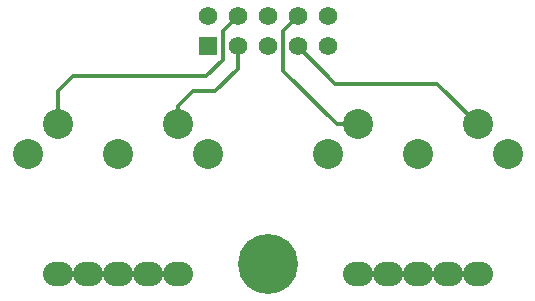
<source format=gbr>
G04 #@! TF.GenerationSoftware,KiCad,Pcbnew,(5.0.2)-1*
G04 #@! TF.CreationDate,2019-01-01T20:39:11-08:00*
G04 #@! TF.ProjectId,500-1141,3530302d-3131-4343-912e-6b696361645f,rev?*
G04 #@! TF.SameCoordinates,Original*
G04 #@! TF.FileFunction,Copper,L1,Top*
G04 #@! TF.FilePolarity,Positive*
%FSLAX46Y46*%
G04 Gerber Fmt 4.6, Leading zero omitted, Abs format (unit mm)*
G04 Created by KiCad (PCBNEW (5.0.2)-1) date 1/1/2019 8:39:11 PM*
%MOMM*%
%LPD*%
G01*
G04 APERTURE LIST*
G04 #@! TA.AperFunction,ComponentPad*
%ADD10C,5.080000*%
G04 #@! TD*
G04 #@! TA.AperFunction,ComponentPad*
%ADD11C,2.540000*%
G04 #@! TD*
G04 #@! TA.AperFunction,ComponentPad*
%ADD12O,2.540000X2.032000*%
G04 #@! TD*
G04 #@! TA.AperFunction,ComponentPad*
%ADD13C,1.574800*%
G04 #@! TD*
G04 #@! TA.AperFunction,ComponentPad*
%ADD14R,1.574800X1.574800*%
G04 #@! TD*
G04 #@! TA.AperFunction,Conductor*
%ADD15C,0.304800*%
G04 #@! TD*
G04 APERTURE END LIST*
D10*
G04 #@! TO.P,P5,1*
G04 #@! TO.N,Net-(P1-Pad10)*
X96520000Y-116205000D03*
G04 #@! TD*
D11*
G04 #@! TO.P,P1,4*
G04 #@! TO.N,Net-(P1-Pad4)*
X88900000Y-104394000D03*
G04 #@! TO.P,P1,5*
G04 #@! TO.N,Net-(P1-Pad5)*
X78740000Y-104394000D03*
G04 #@! TO.P,P1,1*
G04 #@! TO.N,N/C*
X91440000Y-106934000D03*
G04 #@! TO.P,P1,3*
X76200000Y-106934000D03*
G04 #@! TO.P,P1,2*
X83820000Y-106934000D03*
D12*
G04 #@! TO.P,P1,7*
G04 #@! TO.N,Net-(P1-Pad10)*
X86360000Y-117094000D03*
G04 #@! TO.P,P1,6*
X81280000Y-117094000D03*
G04 #@! TO.P,P1,9*
X83820000Y-117094000D03*
G04 #@! TO.P,P1,8*
X78740000Y-117094000D03*
G04 #@! TO.P,P1,10*
X88900000Y-117094000D03*
G04 #@! TD*
D11*
G04 #@! TO.P,P2,4*
G04 #@! TO.N,Net-(P2-Pad4)*
X114300000Y-104394000D03*
G04 #@! TO.P,P2,5*
G04 #@! TO.N,Net-(P2-Pad5)*
X104140000Y-104394000D03*
G04 #@! TO.P,P2,1*
G04 #@! TO.N,N/C*
X116840000Y-106934000D03*
G04 #@! TO.P,P2,3*
X101600000Y-106934000D03*
G04 #@! TO.P,P2,2*
G04 #@! TO.N,Net-(P1-Pad10)*
X109220000Y-106934000D03*
D12*
G04 #@! TO.P,P2,7*
X111760000Y-117094000D03*
G04 #@! TO.P,P2,6*
X106680000Y-117094000D03*
G04 #@! TO.P,P2,9*
X109220000Y-117094000D03*
G04 #@! TO.P,P2,8*
X104140000Y-117094000D03*
G04 #@! TO.P,P2,10*
X114300000Y-117094000D03*
G04 #@! TD*
D13*
G04 #@! TO.P,P3,10*
G04 #@! TO.N,Net-(P1-Pad10)*
X101600000Y-95250000D03*
G04 #@! TO.P,P3,9*
X101600000Y-97790000D03*
G04 #@! TO.P,P3,8*
G04 #@! TO.N,Net-(P2-Pad5)*
X99060000Y-95250000D03*
G04 #@! TO.P,P3,7*
G04 #@! TO.N,Net-(P2-Pad4)*
X99060000Y-97790000D03*
G04 #@! TO.P,P3,6*
G04 #@! TO.N,Net-(P1-Pad10)*
X96520000Y-95250000D03*
G04 #@! TO.P,P3,5*
X96520000Y-97790000D03*
G04 #@! TO.P,P3,4*
G04 #@! TO.N,Net-(P1-Pad5)*
X93980000Y-95250000D03*
G04 #@! TO.P,P3,3*
G04 #@! TO.N,Net-(P1-Pad4)*
X93980000Y-97790000D03*
G04 #@! TO.P,P3,2*
G04 #@! TO.N,Net-(P1-Pad10)*
X91440000Y-95250000D03*
D14*
G04 #@! TO.P,P3,1*
X91440000Y-97790000D03*
G04 #@! TD*
D15*
G04 #@! TO.N,Net-(P1-Pad5)*
X93980000Y-95250000D02*
X92710000Y-96520000D01*
X92710000Y-98917762D02*
X91297762Y-100330000D01*
X92710000Y-96520000D02*
X92710000Y-98917762D01*
X91297762Y-100330000D02*
X80010000Y-100330000D01*
X80010000Y-100330000D02*
X78740000Y-101600000D01*
X78740000Y-101600000D02*
X78740000Y-104394000D01*
G04 #@! TO.N,Net-(P1-Pad4)*
X93980000Y-97790000D02*
X93980000Y-99695000D01*
X93980000Y-99695000D02*
X92075000Y-101600000D01*
X92075000Y-101600000D02*
X90170000Y-101600000D01*
X90170000Y-101600000D02*
X88900000Y-102870000D01*
X88900000Y-102870000D02*
X88900000Y-104394000D01*
G04 #@! TO.N,Net-(P2-Pad4)*
X99060000Y-97790000D02*
X102235000Y-100965000D01*
X110871000Y-100965000D02*
X114300000Y-104394000D01*
X102235000Y-100965000D02*
X110871000Y-100965000D01*
G04 #@! TO.N,Net-(P2-Pad5)*
X99060000Y-95250000D02*
X97790000Y-96520000D01*
X102343949Y-104394000D02*
X104140000Y-104394000D01*
X97790000Y-99840051D02*
X102343949Y-104394000D01*
X97790000Y-96520000D02*
X97790000Y-99840051D01*
G04 #@! TD*
M02*

</source>
